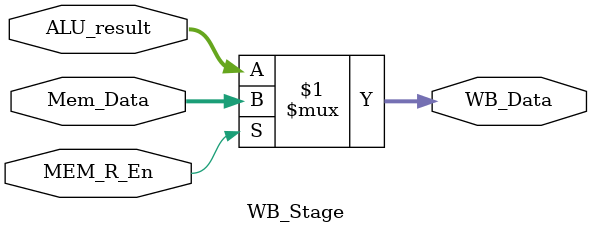
<source format=v>
module WB_Stage
	(
		MEM_R_En,
		ALU_result,
		Mem_Data,
		WB_Data
	);
	
	// input and output ports
	input			MEM_R_En;
	input	[31:0]	ALU_result;
	input	[31:0]	Mem_Data;
	output	[31:0]	WB_Data;
	
	// build module
	assign WB_Data = (MEM_R_En) ? Mem_Data : ALU_result;
endmodule

</source>
